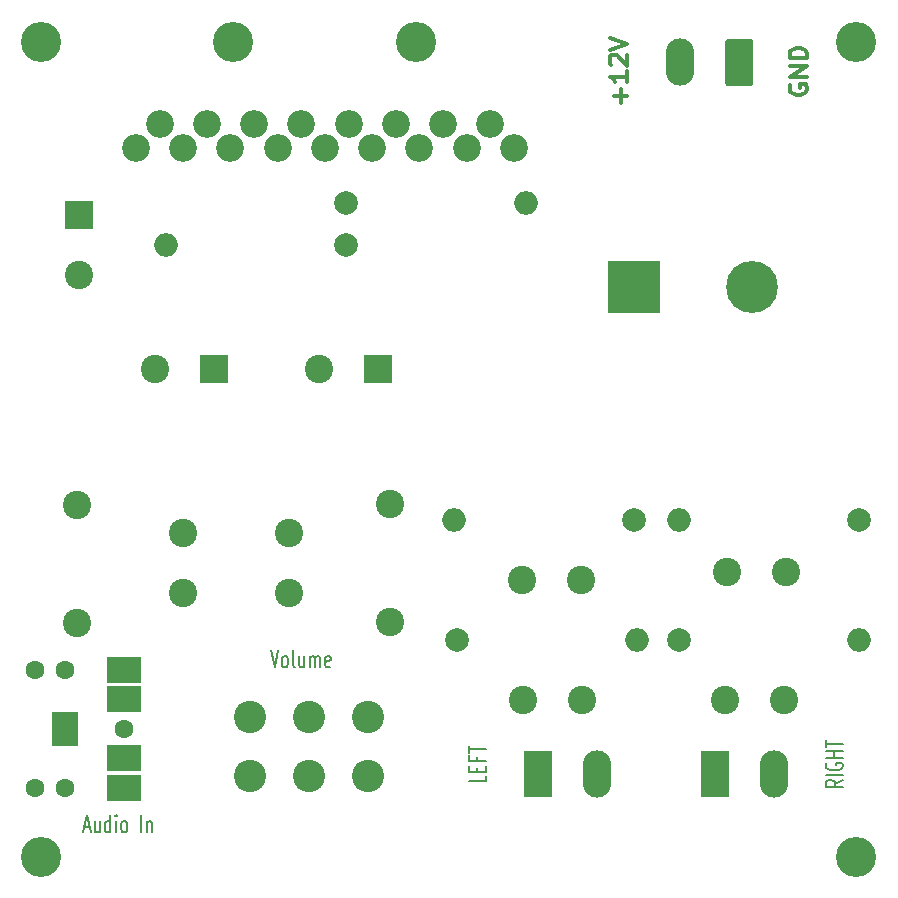
<source format=gbr>
G04 #@! TF.GenerationSoftware,KiCad,Pcbnew,(5.1.2-1)-1*
G04 #@! TF.CreationDate,2019-07-29T11:07:22+08:00*
G04 #@! TF.ProjectId,TA8210,54413832-3130-42e6-9b69-6361645f7063,rev?*
G04 #@! TF.SameCoordinates,Original*
G04 #@! TF.FileFunction,Soldermask,Top*
G04 #@! TF.FilePolarity,Negative*
%FSLAX46Y46*%
G04 Gerber Fmt 4.6, Leading zero omitted, Abs format (unit mm)*
G04 Created by KiCad (PCBNEW (5.1.2-1)-1) date 2019-07-29 11:07:22*
%MOMM*%
%LPD*%
G04 APERTURE LIST*
%ADD10C,0.150000*%
%ADD11C,0.300000*%
%ADD12C,3.400000*%
%ADD13R,4.400000X4.400000*%
%ADD14C,4.400000*%
%ADD15C,2.400000*%
%ADD16R,2.400000X2.400000*%
%ADD17O,2.000000X2.000000*%
%ADD18C,2.000000*%
%ADD19C,2.350000*%
%ADD20C,2.740000*%
%ADD21O,2.400000X4.000000*%
%ADD22R,2.400000X4.000000*%
%ADD23C,1.600000*%
%ADD24R,2.200000X2.900000*%
%ADD25R,2.900000X2.200000*%
%ADD26C,0.100000*%
G04 APERTURE END LIST*
D10*
X92400761Y-114494571D02*
X92734095Y-115994571D01*
X93067428Y-114494571D01*
X93543619Y-115994571D02*
X93448380Y-115923142D01*
X93400761Y-115851714D01*
X93353142Y-115708857D01*
X93353142Y-115280285D01*
X93400761Y-115137428D01*
X93448380Y-115066000D01*
X93543619Y-114994571D01*
X93686476Y-114994571D01*
X93781714Y-115066000D01*
X93829333Y-115137428D01*
X93876952Y-115280285D01*
X93876952Y-115708857D01*
X93829333Y-115851714D01*
X93781714Y-115923142D01*
X93686476Y-115994571D01*
X93543619Y-115994571D01*
X94448380Y-115994571D02*
X94353142Y-115923142D01*
X94305523Y-115780285D01*
X94305523Y-114494571D01*
X95257904Y-114994571D02*
X95257904Y-115994571D01*
X94829333Y-114994571D02*
X94829333Y-115780285D01*
X94876952Y-115923142D01*
X94972190Y-115994571D01*
X95115047Y-115994571D01*
X95210285Y-115923142D01*
X95257904Y-115851714D01*
X95734095Y-115994571D02*
X95734095Y-114994571D01*
X95734095Y-115137428D02*
X95781714Y-115066000D01*
X95876952Y-114994571D01*
X96019809Y-114994571D01*
X96115047Y-115066000D01*
X96162666Y-115208857D01*
X96162666Y-115994571D01*
X96162666Y-115208857D02*
X96210285Y-115066000D01*
X96305523Y-114994571D01*
X96448380Y-114994571D01*
X96543619Y-115066000D01*
X96591238Y-115208857D01*
X96591238Y-115994571D01*
X97448380Y-115923142D02*
X97353142Y-115994571D01*
X97162666Y-115994571D01*
X97067428Y-115923142D01*
X97019809Y-115780285D01*
X97019809Y-115208857D01*
X97067428Y-115066000D01*
X97162666Y-114994571D01*
X97353142Y-114994571D01*
X97448380Y-115066000D01*
X97496000Y-115208857D01*
X97496000Y-115351714D01*
X97019809Y-115494571D01*
D11*
X122027142Y-68174857D02*
X122027142Y-67032000D01*
X122598571Y-67603428D02*
X121455714Y-67603428D01*
X122598571Y-65532000D02*
X122598571Y-66389142D01*
X122598571Y-65960571D02*
X121098571Y-65960571D01*
X121312857Y-66103428D01*
X121455714Y-66246285D01*
X121527142Y-66389142D01*
X121241428Y-64960571D02*
X121170000Y-64889142D01*
X121098571Y-64746285D01*
X121098571Y-64389142D01*
X121170000Y-64246285D01*
X121241428Y-64174857D01*
X121384285Y-64103428D01*
X121527142Y-64103428D01*
X121741428Y-64174857D01*
X122598571Y-65032000D01*
X122598571Y-64103428D01*
X121098571Y-63674857D02*
X122598571Y-63174857D01*
X121098571Y-62674857D01*
X136410000Y-66674857D02*
X136338571Y-66817714D01*
X136338571Y-67032000D01*
X136410000Y-67246285D01*
X136552857Y-67389142D01*
X136695714Y-67460571D01*
X136981428Y-67532000D01*
X137195714Y-67532000D01*
X137481428Y-67460571D01*
X137624285Y-67389142D01*
X137767142Y-67246285D01*
X137838571Y-67032000D01*
X137838571Y-66889142D01*
X137767142Y-66674857D01*
X137695714Y-66603428D01*
X137195714Y-66603428D01*
X137195714Y-66889142D01*
X137838571Y-65960571D02*
X136338571Y-65960571D01*
X137838571Y-65103428D01*
X136338571Y-65103428D01*
X137838571Y-64389142D02*
X136338571Y-64389142D01*
X136338571Y-64032000D01*
X136410000Y-63817714D01*
X136552857Y-63674857D01*
X136695714Y-63603428D01*
X136981428Y-63532000D01*
X137195714Y-63532000D01*
X137481428Y-63603428D01*
X137624285Y-63674857D01*
X137767142Y-63817714D01*
X137838571Y-64032000D01*
X137838571Y-64389142D01*
D10*
X140886571Y-125539333D02*
X140172285Y-125872666D01*
X140886571Y-126110761D02*
X139386571Y-126110761D01*
X139386571Y-125729809D01*
X139458000Y-125634571D01*
X139529428Y-125586952D01*
X139672285Y-125539333D01*
X139886571Y-125539333D01*
X140029428Y-125586952D01*
X140100857Y-125634571D01*
X140172285Y-125729809D01*
X140172285Y-126110761D01*
X140886571Y-125110761D02*
X139386571Y-125110761D01*
X139458000Y-124110761D02*
X139386571Y-124206000D01*
X139386571Y-124348857D01*
X139458000Y-124491714D01*
X139600857Y-124586952D01*
X139743714Y-124634571D01*
X140029428Y-124682190D01*
X140243714Y-124682190D01*
X140529428Y-124634571D01*
X140672285Y-124586952D01*
X140815142Y-124491714D01*
X140886571Y-124348857D01*
X140886571Y-124253619D01*
X140815142Y-124110761D01*
X140743714Y-124063142D01*
X140243714Y-124063142D01*
X140243714Y-124253619D01*
X140886571Y-123634571D02*
X139386571Y-123634571D01*
X140100857Y-123634571D02*
X140100857Y-123063142D01*
X140886571Y-123063142D02*
X139386571Y-123063142D01*
X139386571Y-122729809D02*
X139386571Y-122158380D01*
X140886571Y-122444095D02*
X139386571Y-122444095D01*
X110660571Y-125158380D02*
X110660571Y-125634571D01*
X109160571Y-125634571D01*
X109874857Y-124825047D02*
X109874857Y-124491714D01*
X110660571Y-124348857D02*
X110660571Y-124825047D01*
X109160571Y-124825047D01*
X109160571Y-124348857D01*
X109874857Y-123586952D02*
X109874857Y-123920285D01*
X110660571Y-123920285D02*
X109160571Y-123920285D01*
X109160571Y-123444095D01*
X109160571Y-123206000D02*
X109160571Y-122634571D01*
X110660571Y-122920285D02*
X109160571Y-122920285D01*
X76597238Y-129536000D02*
X77073428Y-129536000D01*
X76502000Y-129964571D02*
X76835333Y-128464571D01*
X77168666Y-129964571D01*
X77930571Y-128964571D02*
X77930571Y-129964571D01*
X77502000Y-128964571D02*
X77502000Y-129750285D01*
X77549619Y-129893142D01*
X77644857Y-129964571D01*
X77787714Y-129964571D01*
X77882952Y-129893142D01*
X77930571Y-129821714D01*
X78835333Y-129964571D02*
X78835333Y-128464571D01*
X78835333Y-129893142D02*
X78740095Y-129964571D01*
X78549619Y-129964571D01*
X78454380Y-129893142D01*
X78406761Y-129821714D01*
X78359142Y-129678857D01*
X78359142Y-129250285D01*
X78406761Y-129107428D01*
X78454380Y-129036000D01*
X78549619Y-128964571D01*
X78740095Y-128964571D01*
X78835333Y-129036000D01*
X79311523Y-129964571D02*
X79311523Y-128964571D01*
X79311523Y-128464571D02*
X79263904Y-128536000D01*
X79311523Y-128607428D01*
X79359142Y-128536000D01*
X79311523Y-128464571D01*
X79311523Y-128607428D01*
X79930571Y-129964571D02*
X79835333Y-129893142D01*
X79787714Y-129821714D01*
X79740095Y-129678857D01*
X79740095Y-129250285D01*
X79787714Y-129107428D01*
X79835333Y-129036000D01*
X79930571Y-128964571D01*
X80073428Y-128964571D01*
X80168666Y-129036000D01*
X80216285Y-129107428D01*
X80263904Y-129250285D01*
X80263904Y-129678857D01*
X80216285Y-129821714D01*
X80168666Y-129893142D01*
X80073428Y-129964571D01*
X79930571Y-129964571D01*
X81454380Y-129964571D02*
X81454380Y-128464571D01*
X81930571Y-128964571D02*
X81930571Y-129964571D01*
X81930571Y-129107428D02*
X81978190Y-129036000D01*
X82073428Y-128964571D01*
X82216285Y-128964571D01*
X82311523Y-129036000D01*
X82359142Y-129178857D01*
X82359142Y-129964571D01*
D12*
X104750000Y-63000000D03*
X89250000Y-63000000D03*
X73000000Y-63000000D03*
X142000000Y-63000000D03*
X142000000Y-132000000D03*
D13*
X123190000Y-83820000D03*
D14*
X133190000Y-83820000D03*
D15*
X102500000Y-102174000D03*
X102500000Y-112174000D03*
X85000000Y-104648000D03*
X85000000Y-109648000D03*
X94000000Y-109648000D03*
X94000000Y-104648000D03*
D16*
X101500000Y-90750000D03*
D15*
X96500000Y-90750000D03*
X76200000Y-82724000D03*
D16*
X76200000Y-77724000D03*
D15*
X82630000Y-90750000D03*
D16*
X87630000Y-90750000D03*
D15*
X135890000Y-118745000D03*
X130890000Y-118745000D03*
X118745000Y-118745000D03*
X113745000Y-118745000D03*
X136064000Y-107950000D03*
X131064000Y-107950000D03*
X118665000Y-108585000D03*
X113665000Y-108585000D03*
D17*
X83566000Y-80264000D03*
D18*
X98806000Y-80264000D03*
X127000000Y-113665000D03*
D17*
X142240000Y-113665000D03*
D18*
X108204000Y-113665000D03*
D17*
X123444000Y-113665000D03*
X127000000Y-103505000D03*
D18*
X142240000Y-103505000D03*
D17*
X107950000Y-103505000D03*
D18*
X123190000Y-103505000D03*
D19*
X81000000Y-72000000D03*
X83000000Y-70000000D03*
X85000000Y-72000000D03*
X87000000Y-70000000D03*
X89000000Y-72000000D03*
X91000000Y-70000000D03*
X93000000Y-72000000D03*
X95000000Y-70000000D03*
X97000000Y-72000000D03*
X99000000Y-70000000D03*
X101000000Y-72000000D03*
X103000000Y-70000000D03*
X105000000Y-72000000D03*
X107000000Y-70000000D03*
X109000000Y-72000000D03*
X111000000Y-70000000D03*
X113000000Y-72000000D03*
D20*
X100678000Y-125222000D03*
X95678000Y-125222000D03*
X90678000Y-125222000D03*
X100678000Y-120222000D03*
X95678000Y-120222000D03*
X90678000Y-120222000D03*
D15*
X76000000Y-112268000D03*
X76000000Y-102268000D03*
D18*
X98806000Y-76708000D03*
D17*
X114046000Y-76708000D03*
D21*
X135000000Y-125000000D03*
D22*
X130000000Y-125000000D03*
X115000000Y-125000000D03*
D21*
X120000000Y-125000000D03*
D12*
X73000000Y-132000000D03*
D23*
X72459200Y-126183400D03*
X74959200Y-126183400D03*
X72459200Y-116183400D03*
X74959200Y-116183400D03*
X79959200Y-121183400D03*
D24*
X74959200Y-121183400D03*
D25*
X79959200Y-126183400D03*
X79959200Y-116183400D03*
X79959200Y-123683400D03*
X79959200Y-118683400D03*
D26*
G36*
X133009405Y-62771445D02*
G01*
X133038527Y-62775764D01*
X133067085Y-62782918D01*
X133094805Y-62792836D01*
X133121419Y-62805424D01*
X133146671Y-62820559D01*
X133170318Y-62838097D01*
X133192132Y-62857868D01*
X133211903Y-62879682D01*
X133229441Y-62903329D01*
X133244576Y-62928581D01*
X133257164Y-62955195D01*
X133267082Y-62982915D01*
X133274236Y-63011473D01*
X133278555Y-63040595D01*
X133280000Y-63070000D01*
X133280000Y-66470000D01*
X133278555Y-66499405D01*
X133274236Y-66528527D01*
X133267082Y-66557085D01*
X133257164Y-66584805D01*
X133244576Y-66611419D01*
X133229441Y-66636671D01*
X133211903Y-66660318D01*
X133192132Y-66682132D01*
X133170318Y-66701903D01*
X133146671Y-66719441D01*
X133121419Y-66734576D01*
X133094805Y-66747164D01*
X133067085Y-66757082D01*
X133038527Y-66764236D01*
X133009405Y-66768555D01*
X132980000Y-66770000D01*
X131180000Y-66770000D01*
X131150595Y-66768555D01*
X131121473Y-66764236D01*
X131092915Y-66757082D01*
X131065195Y-66747164D01*
X131038581Y-66734576D01*
X131013329Y-66719441D01*
X130989682Y-66701903D01*
X130967868Y-66682132D01*
X130948097Y-66660318D01*
X130930559Y-66636671D01*
X130915424Y-66611419D01*
X130902836Y-66584805D01*
X130892918Y-66557085D01*
X130885764Y-66528527D01*
X130881445Y-66499405D01*
X130880000Y-66470000D01*
X130880000Y-63070000D01*
X130881445Y-63040595D01*
X130885764Y-63011473D01*
X130892918Y-62982915D01*
X130902836Y-62955195D01*
X130915424Y-62928581D01*
X130930559Y-62903329D01*
X130948097Y-62879682D01*
X130967868Y-62857868D01*
X130989682Y-62838097D01*
X131013329Y-62820559D01*
X131038581Y-62805424D01*
X131065195Y-62792836D01*
X131092915Y-62782918D01*
X131121473Y-62775764D01*
X131150595Y-62771445D01*
X131180000Y-62770000D01*
X132980000Y-62770000D01*
X133009405Y-62771445D01*
X133009405Y-62771445D01*
G37*
D15*
X132080000Y-64770000D03*
D21*
X127080000Y-64770000D03*
M02*

</source>
